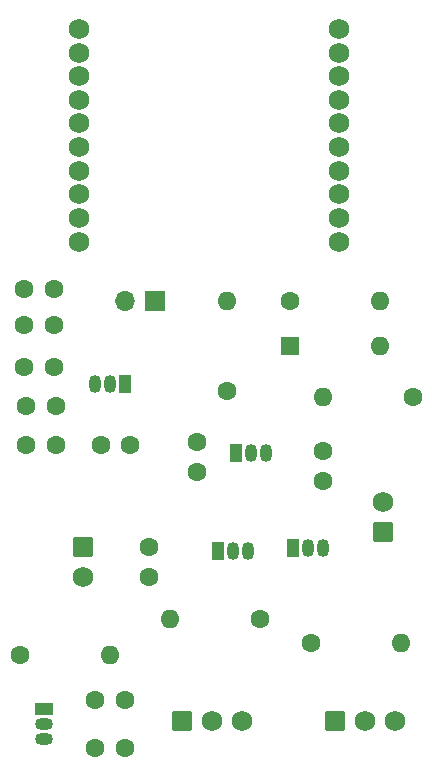
<source format=gbr>
%TF.GenerationSoftware,KiCad,Pcbnew,6.0.9-8da3e8f707~117~ubuntu20.04.1*%
%TF.CreationDate,2022-12-24T01:50:12+01:00*%
%TF.ProjectId,garden-reporter-board,67617264-656e-42d7-9265-706f72746572,2.1*%
%TF.SameCoordinates,Original*%
%TF.FileFunction,Soldermask,Bot*%
%TF.FilePolarity,Negative*%
%FSLAX46Y46*%
G04 Gerber Fmt 4.6, Leading zero omitted, Abs format (unit mm)*
G04 Created by KiCad (PCBNEW 6.0.9-8da3e8f707~117~ubuntu20.04.1) date 2022-12-24 01:50:12*
%MOMM*%
%LPD*%
G01*
G04 APERTURE LIST*
G04 Aperture macros list*
%AMRoundRect*
0 Rectangle with rounded corners*
0 $1 Rounding radius*
0 $2 $3 $4 $5 $6 $7 $8 $9 X,Y pos of 4 corners*
0 Add a 4 corners polygon primitive as box body*
4,1,4,$2,$3,$4,$5,$6,$7,$8,$9,$2,$3,0*
0 Add four circle primitives for the rounded corners*
1,1,$1+$1,$2,$3*
1,1,$1+$1,$4,$5*
1,1,$1+$1,$6,$7*
1,1,$1+$1,$8,$9*
0 Add four rect primitives between the rounded corners*
20,1,$1+$1,$2,$3,$4,$5,0*
20,1,$1+$1,$4,$5,$6,$7,0*
20,1,$1+$1,$6,$7,$8,$9,0*
20,1,$1+$1,$8,$9,$2,$3,0*%
G04 Aperture macros list end*
%ADD10C,1.727200*%
%ADD11RoundRect,0.250000X-0.620000X-0.620000X0.620000X-0.620000X0.620000X0.620000X-0.620000X0.620000X0*%
%ADD12C,1.740000*%
%ADD13R,1.050000X1.500000*%
%ADD14O,1.050000X1.500000*%
%ADD15R,1.600000X1.600000*%
%ADD16O,1.600000X1.600000*%
%ADD17C,1.600000*%
%ADD18RoundRect,0.250000X-0.620000X0.620000X-0.620000X-0.620000X0.620000X-0.620000X0.620000X0.620000X0*%
%ADD19R,1.500000X1.050000*%
%ADD20O,1.500000X1.050000*%
%ADD21R,1.700000X1.700000*%
%ADD22O,1.700000X1.700000*%
%ADD23RoundRect,0.250000X0.620000X-0.620000X0.620000X0.620000X-0.620000X0.620000X-0.620000X-0.620000X0*%
G04 APERTURE END LIST*
D10*
%TO.C,JP1*%
X142671800Y-63065660D03*
X142671800Y-65067180D03*
X142671800Y-67066160D03*
X142671800Y-69067680D03*
X142671800Y-71066660D03*
X142671800Y-73065640D03*
X142671800Y-75067160D03*
X142671800Y-77066140D03*
X142671800Y-79067660D03*
X142671800Y-81066640D03*
X164668200Y-81066640D03*
X164668200Y-79067660D03*
X164668200Y-77066140D03*
X164668200Y-75067160D03*
X164668200Y-73065640D03*
X164668200Y-71066660D03*
X164668200Y-69067680D03*
X164668200Y-67066160D03*
X164668200Y-65067180D03*
X164668200Y-63065660D03*
%TD*%
D11*
%TO.C,J3*%
X151384000Y-121666000D03*
D12*
X153924000Y-121666000D03*
X156464000Y-121666000D03*
%TD*%
D13*
%TO.C,U1*%
X146558000Y-93112000D03*
D14*
X145288000Y-93112000D03*
X144018000Y-93112000D03*
%TD*%
D13*
%TO.C,Q1*%
X160782000Y-107040000D03*
D14*
X162052000Y-107040000D03*
X163322000Y-107040000D03*
%TD*%
D15*
%TO.C,D2*%
X160528000Y-89916000D03*
D16*
X168148000Y-89916000D03*
%TD*%
D17*
%TO.C,C1*%
X144526000Y-98298000D03*
X147026000Y-98298000D03*
%TD*%
%TO.C,R2*%
X160528000Y-86106000D03*
D16*
X168148000Y-86106000D03*
%TD*%
D17*
%TO.C,R5*%
X170942000Y-94234000D03*
D16*
X163322000Y-94234000D03*
%TD*%
D11*
%TO.C,J4*%
X164338000Y-121666000D03*
D12*
X166878000Y-121666000D03*
X169418000Y-121666000D03*
%TD*%
D18*
%TO.C,J1*%
X142990000Y-106934000D03*
D12*
X142990000Y-109474000D03*
%TD*%
D19*
%TO.C,U2*%
X139700000Y-120650000D03*
D20*
X139700000Y-121920000D03*
X139700000Y-123190000D03*
%TD*%
D17*
%TO.C,R4*%
X162306000Y-115062000D03*
D16*
X169926000Y-115062000D03*
%TD*%
D17*
%TO.C,C3*%
X138069000Y-91694000D03*
X140569000Y-91694000D03*
%TD*%
%TO.C,R1*%
X155194000Y-93726000D03*
D16*
X155194000Y-86106000D03*
%TD*%
D17*
%TO.C,C7*%
X146558000Y-123952000D03*
X144058000Y-123952000D03*
%TD*%
D13*
%TO.C,Q2*%
X154432000Y-107294000D03*
D14*
X155702000Y-107294000D03*
X156972000Y-107294000D03*
%TD*%
D17*
%TO.C,C8*%
X152654000Y-98064000D03*
X152654000Y-100564000D03*
%TD*%
D13*
%TO.C,U3*%
X155956000Y-98952000D03*
D14*
X157226000Y-98952000D03*
X158496000Y-98952000D03*
%TD*%
D17*
%TO.C,R3*%
X157988000Y-113030000D03*
D16*
X150368000Y-113030000D03*
%TD*%
D17*
%TO.C,R6*%
X137668000Y-116078000D03*
D16*
X145288000Y-116078000D03*
%TD*%
D17*
%TO.C,C4*%
X138069000Y-85090000D03*
X140569000Y-85090000D03*
%TD*%
%TO.C,C6*%
X146538000Y-119888000D03*
X144038000Y-119888000D03*
%TD*%
%TO.C,C9*%
X163322000Y-101326000D03*
X163322000Y-98826000D03*
%TD*%
D21*
%TO.C,J2*%
X149103000Y-86106000D03*
D22*
X146563000Y-86106000D03*
%TD*%
D17*
%TO.C,C5*%
X138069000Y-88138000D03*
X140569000Y-88138000D03*
%TD*%
%TO.C,C11*%
X148578000Y-106954000D03*
X148578000Y-109454000D03*
%TD*%
%TO.C,C2*%
X138196000Y-94996000D03*
X140696000Y-94996000D03*
%TD*%
%TO.C,C10*%
X140716000Y-98298000D03*
X138216000Y-98298000D03*
%TD*%
D23*
%TO.C,J5*%
X168402000Y-105664000D03*
D12*
X168402000Y-103124000D03*
%TD*%
M02*

</source>
